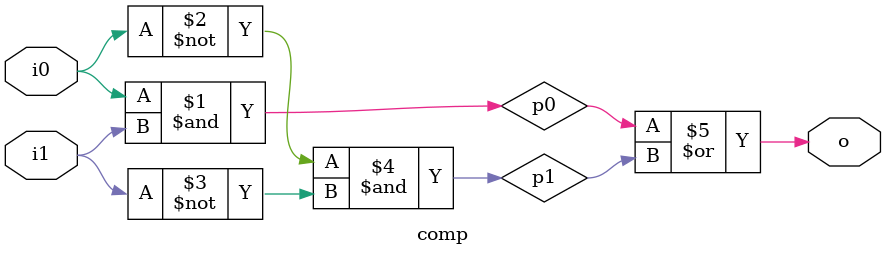
<source format=v>
module comp
    (
    input wire i0,i1, 
    output wire o
    );

    wire p0,p1;
    
    assign p0 = i0 & i1;
    assign p1 = ~i0 & ~i1;
    assign o = p0 | p1;
    
endmodule
    
    
   
</source>
